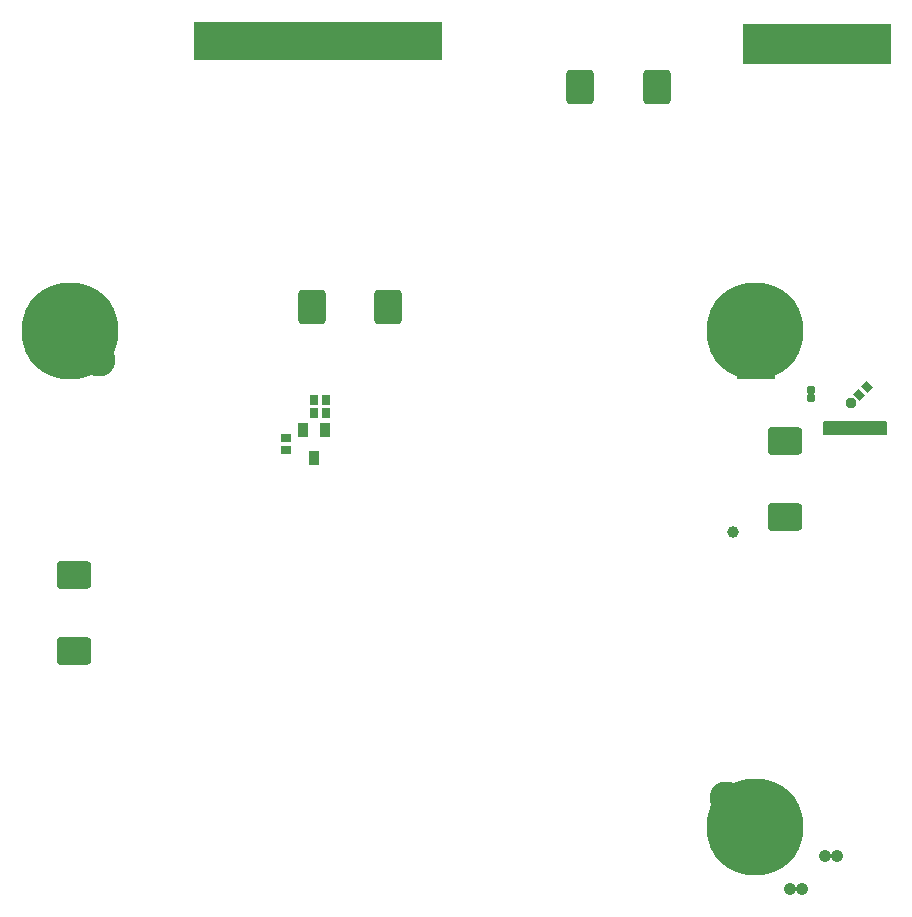
<source format=gts>
G04*
G04 #@! TF.GenerationSoftware,Altium Limited,Altium Designer,21.0.8 (223)*
G04*
G04 Layer_Color=8388736*
%FSLAX44Y44*%
%MOMM*%
G71*
G04*
G04 #@! TF.SameCoordinates,AAD5EB2A-8552-457D-BF93-D3A1E0B867CA*
G04*
G04*
G04 #@! TF.FilePolarity,Negative*
G04*
G01*
G75*
%ADD13R,0.3500X3.5000*%
%ADD24R,12.5000X3.5000*%
%ADD25R,3.2000X0.4500*%
%ADD26R,21.0000X3.2000*%
G04:AMPARAMS|DCode=27|XSize=0.7532mm|YSize=0.7032mm|CornerRadius=0mm|HoleSize=0mm|Usage=FLASHONLY|Rotation=315.000|XOffset=0mm|YOffset=0mm|HoleType=Round|Shape=Rectangle|*
%AMROTATEDRECTD27*
4,1,4,-0.5149,0.0177,-0.0177,0.5149,0.5149,-0.0177,0.0177,-0.5149,-0.5149,0.0177,0.0*
%
%ADD27ROTATEDRECTD27*%

G04:AMPARAMS|DCode=28|XSize=0.7032mm|YSize=0.7032mm|CornerRadius=0.1516mm|HoleSize=0mm|Usage=FLASHONLY|Rotation=0.000|XOffset=0mm|YOffset=0mm|HoleType=Round|Shape=RoundedRectangle|*
%AMROUNDEDRECTD28*
21,1,0.7032,0.4000,0,0,0.0*
21,1,0.4000,0.7032,0,0,0.0*
1,1,0.3032,0.2000,-0.2000*
1,1,0.3032,-0.2000,-0.2000*
1,1,0.3032,-0.2000,0.2000*
1,1,0.3032,0.2000,0.2000*
%
%ADD28ROUNDEDRECTD28*%
G04:AMPARAMS|DCode=29|XSize=2.3532mm|YSize=2.9032mm|CornerRadius=0.3166mm|HoleSize=0mm|Usage=FLASHONLY|Rotation=90.000|XOffset=0mm|YOffset=0mm|HoleType=Round|Shape=RoundedRectangle|*
%AMROUNDEDRECTD29*
21,1,2.3532,2.2700,0,0,90.0*
21,1,1.7200,2.9032,0,0,90.0*
1,1,0.6332,1.1350,0.8600*
1,1,0.6332,1.1350,-0.8600*
1,1,0.6332,-1.1350,-0.8600*
1,1,0.6332,-1.1350,0.8600*
%
%ADD29ROUNDEDRECTD29*%
G04:AMPARAMS|DCode=30|XSize=2.3532mm|YSize=2.9032mm|CornerRadius=0.3166mm|HoleSize=0mm|Usage=FLASHONLY|Rotation=0.000|XOffset=0mm|YOffset=0mm|HoleType=Round|Shape=RoundedRectangle|*
%AMROUNDEDRECTD30*
21,1,2.3532,2.2700,0,0,0.0*
21,1,1.7200,2.9032,0,0,0.0*
1,1,0.6332,0.8600,-1.1350*
1,1,0.6332,-0.8600,-1.1350*
1,1,0.6332,-0.8600,1.1350*
1,1,0.6332,0.8600,1.1350*
%
%ADD30ROUNDEDRECTD30*%
%ADD31R,0.9032X3.2032*%
%ADD32R,0.8532X1.2032*%
%ADD33R,0.8232X0.7832*%
%ADD34R,0.7832X0.8232*%
%ADD35C,1.0032*%
G04:AMPARAMS|DCode=36|XSize=0.8532mm|YSize=0.8532mm|CornerRadius=0.2641mm|HoleSize=0mm|Usage=FLASHONLY|Rotation=0.000|XOffset=0mm|YOffset=0mm|HoleType=Round|Shape=RoundedRectangle|*
%AMROUNDEDRECTD36*
21,1,0.8532,0.3250,0,0,0.0*
21,1,0.3250,0.8532,0,0,0.0*
1,1,0.5282,0.1625,-0.1625*
1,1,0.5282,-0.1625,-0.1625*
1,1,0.5282,-0.1625,0.1625*
1,1,0.5282,0.1625,0.1625*
%
%ADD36ROUNDEDRECTD36*%
%ADD37C,1.2032*%
%ADD38C,2.8032*%
%ADD39C,8.2032*%
%ADD40C,1.0532*%
G36*
X57750Y332000D02*
X57750Y342750D01*
X57750Y342899D01*
X57864Y343175D01*
X58075Y343386D01*
X58351Y343500D01*
X58500Y343500D01*
X58500Y343500D01*
X110500Y343500D01*
X110649D01*
X110925Y343386D01*
X111136Y343175D01*
X111250Y342899D01*
X111250Y342750D01*
X111250Y342750D01*
X111250Y332000D01*
X57750D01*
D02*
G37*
D13*
X109500Y663200D02*
D03*
X104500D02*
D03*
X99500D02*
D03*
X94500D02*
D03*
X89500D02*
D03*
X84500D02*
D03*
X79500D02*
D03*
X74500D02*
D03*
X69500D02*
D03*
X64500D02*
D03*
X59500D02*
D03*
X54500D02*
D03*
X49500D02*
D03*
X44500D02*
D03*
X39500D02*
D03*
X34500D02*
D03*
X29500D02*
D03*
X24500D02*
D03*
X19500D02*
D03*
X14500D02*
D03*
X9500D02*
D03*
X4500D02*
D03*
X-500D02*
D03*
X-5500D02*
D03*
D24*
X52000Y663200D02*
D03*
D25*
X500Y381250D02*
D03*
D26*
X-370500Y665701D02*
D03*
D27*
X87717Y365717D02*
D03*
X94434Y372434D02*
D03*
D28*
X47000Y370000D02*
D03*
Y363000D02*
D03*
D29*
X25000Y327000D02*
D03*
Y262500D02*
D03*
X-576500Y213000D02*
D03*
Y149000D02*
D03*
D30*
X-375000Y440000D02*
D03*
X-311000D02*
D03*
X-83500Y626500D02*
D03*
X-148000D02*
D03*
D31*
X-285500Y665700D02*
D03*
X-305500D02*
D03*
X-325500D02*
D03*
X-345500D02*
D03*
X-365500D02*
D03*
X-385500D02*
D03*
X-405500D02*
D03*
X-425500D02*
D03*
X-445500D02*
D03*
X-465500D02*
D03*
X-275500D02*
D03*
X-295500D02*
D03*
X-315500D02*
D03*
X-335500D02*
D03*
X-355500D02*
D03*
X-375500D02*
D03*
X-395500D02*
D03*
X-415500D02*
D03*
X-435500D02*
D03*
X-455500D02*
D03*
D32*
X-373500Y312200D02*
D03*
X-383000Y336200D02*
D03*
X-364000D02*
D03*
D33*
X-397500Y319400D02*
D03*
Y329000D02*
D03*
D34*
X-373300Y350200D02*
D03*
X-363700D02*
D03*
X-373300Y361700D02*
D03*
X-363700D02*
D03*
D35*
X-19000Y250000D02*
D03*
D36*
X81000Y359000D02*
D03*
D37*
X30000Y0D02*
D03*
X0Y30000D02*
D03*
X21213Y21213D02*
D03*
Y-21213D02*
D03*
X-21213D02*
D03*
X-30000Y0D02*
D03*
X0Y-30000D02*
D03*
X-610000Y420000D02*
D03*
X-580000Y390000D02*
D03*
X-601213Y398787D02*
D03*
Y441213D02*
D03*
X-558787D02*
D03*
X-550000Y420000D02*
D03*
X-580000Y450000D02*
D03*
X-30000Y420000D02*
D03*
X0Y390000D02*
D03*
X-21213Y398787D02*
D03*
Y441213D02*
D03*
X21213D02*
D03*
X30000Y420000D02*
D03*
X0Y450000D02*
D03*
X21213Y398787D02*
D03*
D38*
X-555680Y395680D02*
D03*
X-24325Y24325D02*
D03*
D39*
X-580000Y420000D02*
D03*
X0D02*
D03*
Y0D02*
D03*
D40*
X59500Y-24500D02*
D03*
X69500D02*
D03*
X29500Y-52500D02*
D03*
X39500D02*
D03*
M02*

</source>
